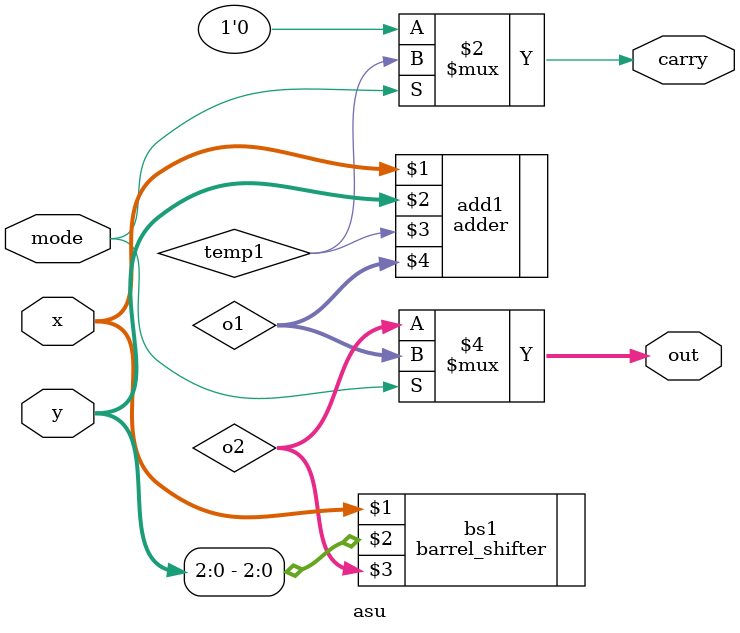
<source format=v>
module asu (x, y, mode, carry, out);
input [7:0] x, y;
input mode;
output carry;
output [7:0] out;

/*Write your code here*/
wire [7:0] o1;
wire [7:0] o2;
wire temp1;
adder add1(x,y,temp1,o1);
barrel_shifter bs1(x,{y[2],y[1],y[0]},o2);

assign carry= (mode==1'b0) ?1'b0 :temp1;
assign out=(mode==1'b0) ?o2:o1;

/*End of code*/


endmodule
</source>
